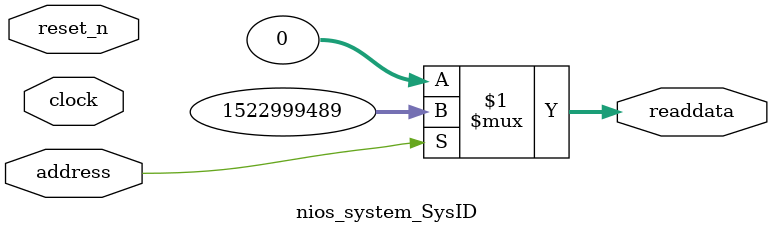
<source format=v>



// synthesis translate_off
`timescale 1ns / 1ps
// synthesis translate_on

// turn off superfluous verilog processor warnings 
// altera message_level Level1 
// altera message_off 10034 10035 10036 10037 10230 10240 10030 

module nios_system_SysID (
               // inputs:
                address,
                clock,
                reset_n,

               // outputs:
                readdata
             )
;

  output  [ 31: 0] readdata;
  input            address;
  input            clock;
  input            reset_n;

  wire    [ 31: 0] readdata;
  //control_slave, which is an e_avalon_slave
  assign readdata = address ? 1522999489 : 0;

endmodule



</source>
